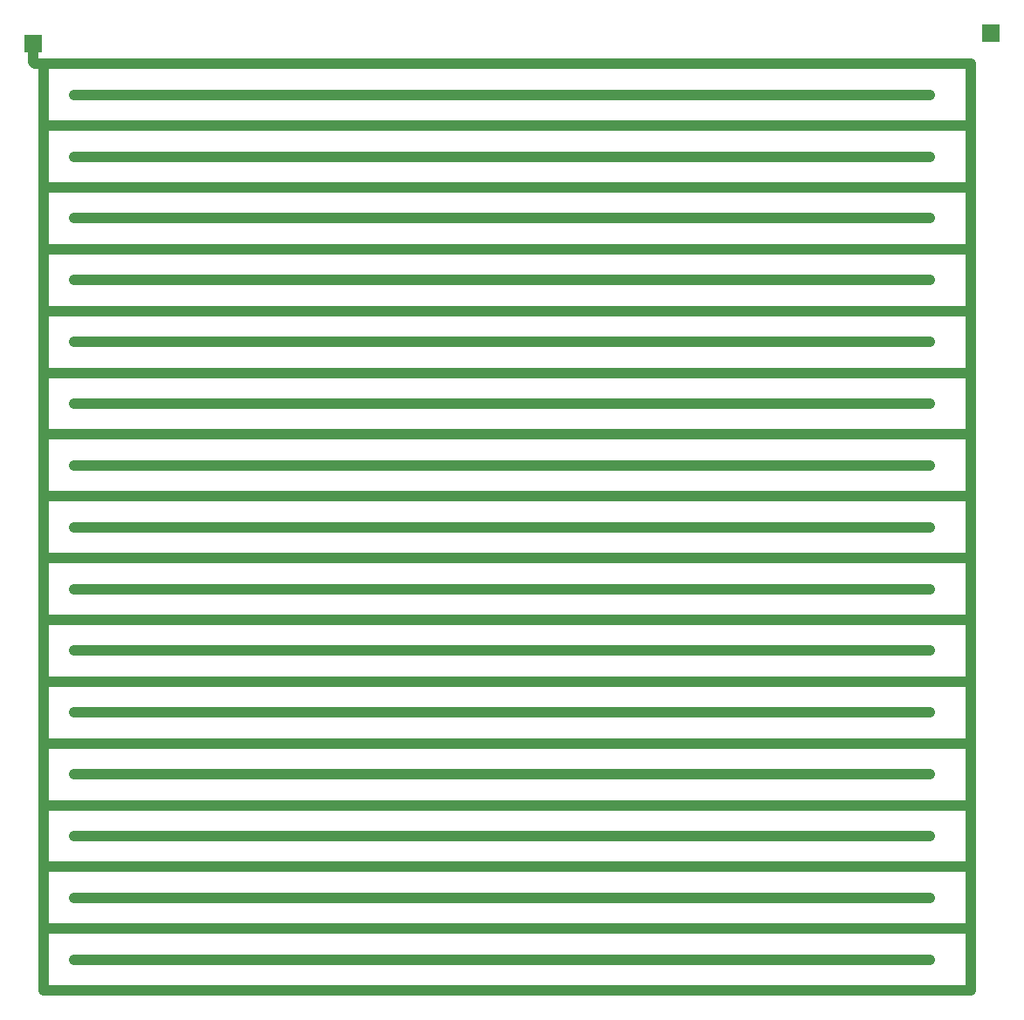
<source format=gbr>
G04 #@! TF.GenerationSoftware,KiCad,Pcbnew,(5.1.5)-3*
G04 #@! TF.CreationDate,2020-04-01T16:02:12+02:00*
G04 #@! TF.ProjectId,elektrode_v1,656c656b-7472-46f6-9465-5f76312e6b69,rev?*
G04 #@! TF.SameCoordinates,Original*
G04 #@! TF.FileFunction,Copper,L1,Top*
G04 #@! TF.FilePolarity,Positive*
%FSLAX46Y46*%
G04 Gerber Fmt 4.6, Leading zero omitted, Abs format (unit mm)*
G04 Created by KiCad (PCBNEW (5.1.5)-3) date 2020-04-01 16:02:12*
%MOMM*%
%LPD*%
G04 APERTURE LIST*
%ADD10R,1.700000X1.700000*%
%ADD11C,0.800000*%
%ADD12C,1.000000*%
G04 APERTURE END LIST*
D10*
X182000000Y-57000000D03*
X89000000Y-58000000D03*
D11*
X176000000Y-63000000D03*
X176000000Y-69000000D03*
X176000000Y-75000000D03*
X176000000Y-81000000D03*
X176000000Y-87000000D03*
X176000000Y-93000000D03*
X176000000Y-99000000D03*
X176000000Y-105000000D03*
X176000000Y-111000000D03*
X176000000Y-117000000D03*
X176000000Y-123000000D03*
X176000000Y-129000000D03*
X176000000Y-135000000D03*
X176000000Y-141000000D03*
X176000000Y-147000000D03*
X93000000Y-147000000D03*
X93000000Y-141000000D03*
X93000000Y-135000000D03*
X93000000Y-129000000D03*
X93000000Y-123000000D03*
X93000000Y-117000000D03*
X93000000Y-111000000D03*
X93000000Y-105000000D03*
X93000000Y-99000000D03*
X93000000Y-93000000D03*
X93000000Y-87000000D03*
X93000000Y-81000000D03*
X93000000Y-63000000D03*
X93000000Y-69000000D03*
X93000000Y-75000000D03*
D12*
X89150000Y-60000000D02*
X90000000Y-60000000D01*
X89000000Y-59850000D02*
X89150000Y-60000000D01*
X89000000Y-58000000D02*
X89000000Y-59850000D01*
X180000000Y-60000000D02*
X90000000Y-60000000D01*
X90000000Y-72000000D02*
X179000000Y-72000000D01*
X90000000Y-60000000D02*
X90000000Y-68000000D01*
X90000000Y-66000000D02*
X178000000Y-66000000D01*
X90000000Y-78000000D02*
X178000000Y-78000000D01*
X90000000Y-96000000D02*
X179000000Y-96000000D01*
X90000000Y-102000000D02*
X179000000Y-102000000D01*
X90000000Y-114000000D02*
X179000000Y-114000000D01*
X90000000Y-120000000D02*
X179000000Y-120000000D01*
X90000000Y-132000000D02*
X179000000Y-132000000D01*
X90000000Y-138000000D02*
X179000000Y-138000000D01*
X90000000Y-144000000D02*
X179000000Y-144000000D01*
X180000000Y-60000000D02*
X180000000Y-63000000D01*
X180000000Y-63000000D02*
X180000000Y-64000000D01*
X179000000Y-72000000D02*
X180000000Y-72000000D01*
X180000000Y-68000000D02*
X180000000Y-74000000D01*
X180000000Y-72000000D02*
X180000000Y-78000000D01*
X178000000Y-78000000D02*
X180000000Y-78000000D01*
X178000000Y-84000000D02*
X180000000Y-84000000D01*
X180000000Y-78000000D02*
X180000000Y-84000000D01*
X178000000Y-84000000D02*
X179000000Y-84000000D01*
X90000000Y-84000000D02*
X178000000Y-84000000D01*
X178000000Y-90000000D02*
X180000000Y-90000000D01*
X180000000Y-84000000D02*
X180000000Y-90000000D01*
X178000000Y-90000000D02*
X179000000Y-90000000D01*
X90000000Y-90000000D02*
X178000000Y-90000000D01*
X179000000Y-96000000D02*
X180000000Y-96000000D01*
X180000000Y-90000000D02*
X180000000Y-96000000D01*
X179000000Y-102000000D02*
X180000000Y-102000000D01*
X180000000Y-96000000D02*
X180000000Y-102000000D01*
X178000000Y-108000000D02*
X180000000Y-108000000D01*
X180000000Y-102000000D02*
X180000000Y-108000000D01*
X178000000Y-108000000D02*
X179000000Y-108000000D01*
X90000000Y-108000000D02*
X178000000Y-108000000D01*
X180000000Y-108000000D02*
X180000000Y-114000000D01*
X179000000Y-114000000D02*
X180000000Y-114000000D01*
X179000000Y-120000000D02*
X180000000Y-120000000D01*
X180000000Y-114000000D02*
X180000000Y-120000000D01*
X180000000Y-120000000D02*
X180000000Y-126000000D01*
X178000000Y-126000000D02*
X180000000Y-126000000D01*
X178000000Y-126000000D02*
X179000000Y-126000000D01*
X90000000Y-126000000D02*
X178000000Y-126000000D01*
X179000000Y-132000000D02*
X180000000Y-132000000D01*
X180000000Y-126000000D02*
X180000000Y-132000000D01*
X179000000Y-138000000D02*
X180000000Y-138000000D01*
X180000000Y-132000000D02*
X180000000Y-138000000D01*
X179000000Y-144000000D02*
X180000000Y-144000000D01*
X93000000Y-63000000D02*
X93000000Y-63000000D01*
X176000000Y-69000000D02*
X176000000Y-69000000D01*
X90000000Y-67000000D02*
X90000000Y-150000000D01*
X90000000Y-150000000D02*
X180000000Y-150000000D01*
X176000000Y-81000000D02*
X176000000Y-81000000D01*
X93000000Y-75000000D02*
X93000000Y-75000000D01*
X176000000Y-93000000D02*
X176000000Y-93000000D01*
X93000000Y-87000000D02*
X93000000Y-87000000D01*
X93000000Y-99000000D02*
X93000000Y-99000000D01*
X176000000Y-105000000D02*
X176000000Y-105000000D01*
X176000000Y-117000000D02*
X176000000Y-117000000D01*
X93000000Y-111000000D02*
X93000000Y-111000000D01*
X93000000Y-123000000D02*
X93000000Y-123000000D01*
X176000000Y-129000000D02*
X176000000Y-129000000D01*
X176000000Y-141000000D02*
X176000000Y-141000000D01*
X93000000Y-135000000D02*
X93000000Y-135000000D01*
X176000000Y-147000000D02*
X176000000Y-147000000D01*
X180000000Y-148000000D02*
X180000000Y-143000000D01*
X180000000Y-143000000D02*
X180000000Y-144000000D01*
X180000000Y-138000000D02*
X180000000Y-143000000D01*
X180000000Y-148000000D02*
X180000000Y-147000000D01*
X180000000Y-150000000D02*
X180000000Y-148000000D01*
X178000000Y-66000000D02*
X180000000Y-66000000D01*
X180000000Y-64000000D02*
X180000000Y-66000000D01*
X180000000Y-66000000D02*
X180000000Y-69000000D01*
X176000000Y-63000000D02*
X176000000Y-63000000D01*
X176000000Y-69000000D02*
X93000000Y-69000000D01*
X176000000Y-75000000D02*
X176000000Y-75000000D01*
X176000000Y-81000000D02*
X93000000Y-81000000D01*
X176000000Y-87000000D02*
X176000000Y-87000000D01*
X176000000Y-93000000D02*
X93000000Y-93000000D01*
X176000000Y-99000000D02*
X176000000Y-99000000D01*
X176000000Y-105000000D02*
X93000000Y-105000000D01*
X176000000Y-111000000D02*
X176000000Y-111000000D01*
X176000000Y-117000000D02*
X93000000Y-117000000D01*
X176000000Y-123000000D02*
X176000000Y-123000000D01*
X176000000Y-129000000D02*
X93000000Y-129000000D01*
X176000000Y-135000000D02*
X176000000Y-135000000D01*
X176000000Y-141000000D02*
X93000000Y-141000000D01*
X176000000Y-147000000D02*
X93000000Y-147000000D01*
X93000000Y-147000000D02*
X93000000Y-147000000D01*
X93000000Y-141000000D02*
X93000000Y-141000000D01*
X93000000Y-135000000D02*
X176000000Y-135000000D01*
X93000000Y-129000000D02*
X93000000Y-129000000D01*
X93000000Y-123000000D02*
X176000000Y-123000000D01*
X93000000Y-117000000D02*
X93000000Y-117000000D01*
X93000000Y-111000000D02*
X176000000Y-111000000D01*
X93000000Y-105000000D02*
X93000000Y-105000000D01*
X93000000Y-99000000D02*
X176000000Y-99000000D01*
X93000000Y-93000000D02*
X93000000Y-93000000D01*
X93000000Y-87000000D02*
X176000000Y-87000000D01*
X93000000Y-81000000D02*
X93000000Y-81000000D01*
X93000000Y-63000000D02*
X176000000Y-63000000D01*
X93000000Y-69000000D02*
X93000000Y-69000000D01*
X93000000Y-75000000D02*
X176000000Y-75000000D01*
M02*

</source>
